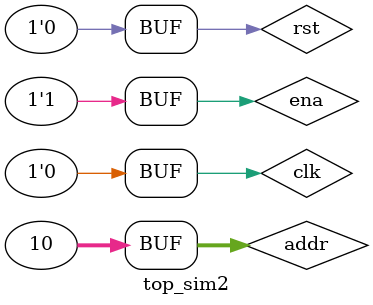
<source format=v>
`timescale 1ns / 1ps

module top_sim2();
    reg clk=0,rst=0;
    wire[31:0] IR;
    wire[2:0] aluctrl;
    wire memtoreg,memwrite,alusrc,regdst,regwrite,branch,jump;
    
    reg ena=1;
    reg[31:0] addr=0;
    IR_ROM gate3(clk,rst,ena,addr,IR);
    controller gate4(IR[31:26],IR[5:0],aluctrl,memtoreg,memwrite,alusrc,regdst,regwrite,branch,jump);
    
//    always #20 begin
//        clk<=~clk;
//        addr<=addr+1;
//    end
    initial begin
        #300 clk=1;addr=6;
        #30 clk=0;
        #30 clk=1;addr=7;
        #30 clk=0;
        #30 clk=1;addr=8;
        #30 clk=0;
        #30 clk=1;addr=9;
        #30 clk=0;
        #30 clk=1;addr=10;
        #30 clk=0;
//        #30 clk=1;addr=11;
//        #30 clk=0;
//        #30 clk=1;addr=12;
//        #30 clk=0;
//        #30 clk=1;addr=13;
//        #30 clk=0;
//        #30 clk=1;addr=14;
//        #30 clk=0;
//        #30 clk=1;addr=15;
//        #30 clk=0;
//        #30 clk=1;addr=16;
//        #30 clk=0;
    end
    
    
endmodule

</source>
